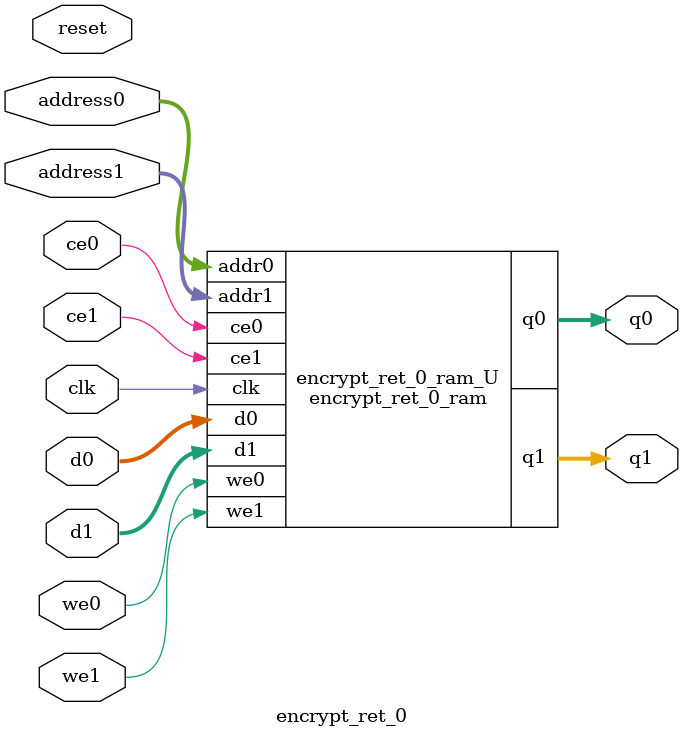
<source format=v>
`timescale 1 ns / 1 ps
module encrypt_ret_0_ram (addr0, ce0, d0, we0, q0, addr1, ce1, d1, we1, q1,  clk);

parameter DWIDTH = 32;
parameter AWIDTH = 4;
parameter MEM_SIZE = 16;

input[AWIDTH-1:0] addr0;
input ce0;
input[DWIDTH-1:0] d0;
input we0;
output reg[DWIDTH-1:0] q0;
input[AWIDTH-1:0] addr1;
input ce1;
input[DWIDTH-1:0] d1;
input we1;
output reg[DWIDTH-1:0] q1;
input clk;

(* ram_style = "block" *)reg [DWIDTH-1:0] ram[0:MEM_SIZE-1];




always @(posedge clk)  
begin 
    if (ce0) 
    begin
        if (we0) 
        begin 
            ram[addr0] <= d0; 
        end 
        q0 <= ram[addr0];
    end
end


always @(posedge clk)  
begin 
    if (ce1) 
    begin
        if (we1) 
        begin 
            ram[addr1] <= d1; 
        end 
        q1 <= ram[addr1];
    end
end


endmodule

`timescale 1 ns / 1 ps
module encrypt_ret_0(
    reset,
    clk,
    address0,
    ce0,
    we0,
    d0,
    q0,
    address1,
    ce1,
    we1,
    d1,
    q1);

parameter DataWidth = 32'd32;
parameter AddressRange = 32'd16;
parameter AddressWidth = 32'd4;
input reset;
input clk;
input[AddressWidth - 1:0] address0;
input ce0;
input we0;
input[DataWidth - 1:0] d0;
output[DataWidth - 1:0] q0;
input[AddressWidth - 1:0] address1;
input ce1;
input we1;
input[DataWidth - 1:0] d1;
output[DataWidth - 1:0] q1;



encrypt_ret_0_ram encrypt_ret_0_ram_U(
    .clk( clk ),
    .addr0( address0 ),
    .ce0( ce0 ),
    .we0( we0 ),
    .d0( d0 ),
    .q0( q0 ),
    .addr1( address1 ),
    .ce1( ce1 ),
    .we1( we1 ),
    .d1( d1 ),
    .q1( q1 ));

endmodule


</source>
